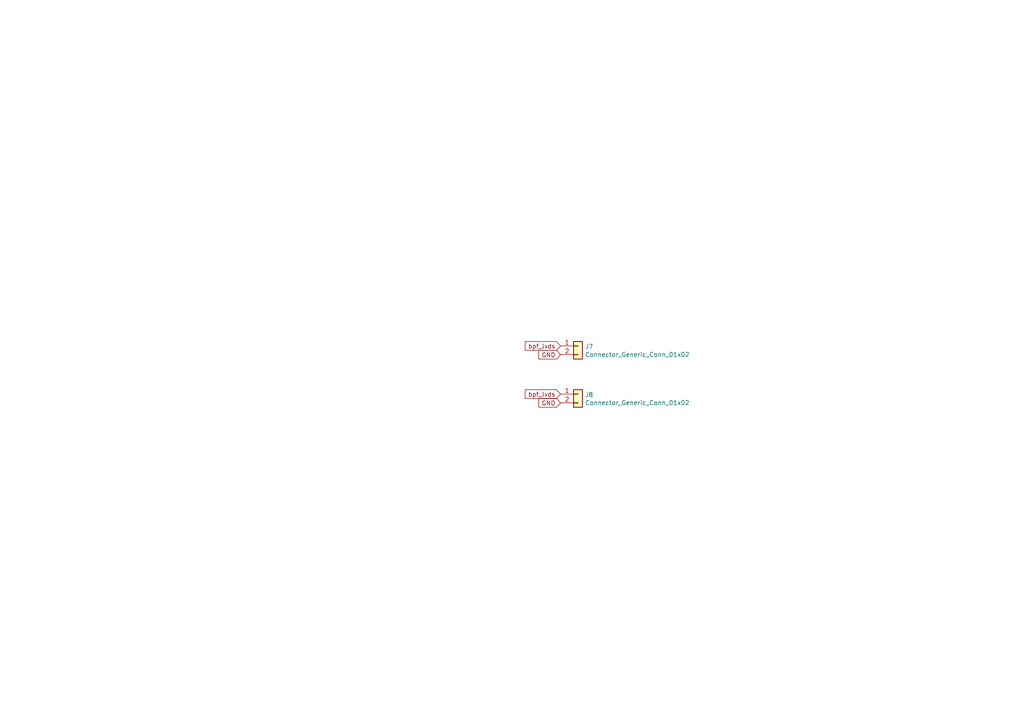
<source format=kicad_sch>
(kicad_sch (version 20211123) (generator eeschema)
  (paper "A4")
  (lib_symbols
    (symbol "bgt:Connector_Generic_Conn_01x02" (pin_names (offset 1.016) hide)
      (property "Reference" "J" (at 0 2.54 0))
      (property "Value" "bgt_Connector_Generic_Conn_01x02" (at 0 -5.08 0))
      (symbol "Connector_Generic_Conn_01x02_1_1"
        (rectangle (start -1.27 -2.413) (end 0 -2.667) (stroke (width 0.1524)))
        (rectangle (start -1.27 0.127) (end 0 -0.127) (stroke (width 0.1524)))
        (rectangle (start -1.27 1.27) (end 1.27 -3.81) (stroke (width 0.254)) (fill (type background)))
        (pin passive line (at -5.08 0 0) (length 3.81) (name "Pin_1") (number "1"))
        (pin passive line (at -5.08 -2.54 0) (length 3.81) (name "Pin_2") (number "2"))
      )
    )
  )
  (global_label "GND" (shape input) (at 162.56 116.84 180) (property "Intersheet References" "${INTERSHEET_REFS}" (effects hide)))
  (global_label "GND" (shape input) (at 162.56 102.87 180) (property "Intersheet References" "${INTERSHEET_REFS}" (effects hide)))
  (global_label "bpf_lvds" (shape input) (at 162.56 114.3 180) (property "Intersheet References" "${INTERSHEET_REFS}" (effects hide)))
  (global_label "bpf_lvds" (shape input) (at 162.56 100.33 180) (property "Intersheet References" "${INTERSHEET_REFS}" (effects hide)))
  (symbol (lib_id "bgt:Connector_Generic_Conn_01x02") (at 167.64 114.3 0) (unit 1)
    (property "Reference" "J8" (at 169.672 114.5032 0) (effects (justify left)))
    (property "Value" "Connector_Generic_Conn_01x02" (at 169.672 116.8146 0) (effects (justify left)))
    (property "Footprint" "Connector_PinHeader_2.54mm:PinHeader_1x02_P2.54mm_Vertical" (effects hide))
  )
  (symbol (lib_id "bgt:Connector_Generic_Conn_01x02") (at 167.64 100.33 0) (unit 1)
    (property "Reference" "J7" (at 169.672 100.5332 0) (effects (justify left)))
    (property "Value" "Connector_Generic_Conn_01x02" (at 169.672 102.8446 0) (effects (justify left)))
    (property "Footprint" "Connector_PinHeader_2.54mm:PinHeader_1x02_P2.54mm_Vertical" (effects hide))
  )
)
</source>
